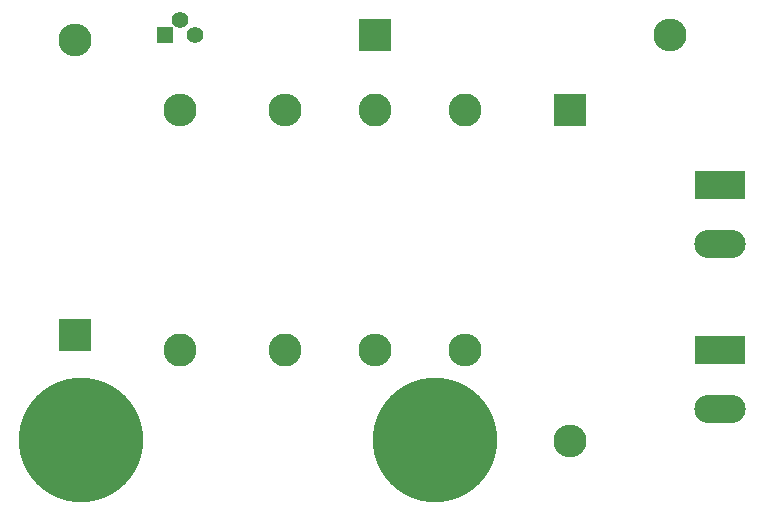
<source format=gbr>
G04 #@! TF.FileFunction,Soldermask,Top*
%FSLAX46Y46*%
G04 Gerber Fmt 4.6, Leading zero omitted, Abs format (unit mm)*
G04 Created by KiCad (PCBNEW 4.0.7) date 05/08/18 10:32:52*
%MOMM*%
%LPD*%
G01*
G04 APERTURE LIST*
%ADD10C,0.100000*%
%ADD11R,2.800000X2.800000*%
%ADD12O,2.800000X2.800000*%
%ADD13R,4.360000X2.380000*%
%ADD14O,4.360000X2.380000*%
%ADD15C,1.400000*%
%ADD16R,1.400000X1.400000*%
%ADD17C,2.800000*%
%ADD18C,10.560000*%
G04 APERTURE END LIST*
D10*
D11*
X116840000Y-85090000D03*
D12*
X141840000Y-85090000D03*
D11*
X133350000Y-91440000D03*
D12*
X133350000Y-119440000D03*
D11*
X91440000Y-110490000D03*
D12*
X91440000Y-85490000D03*
D13*
X146050000Y-111760000D03*
D14*
X146050000Y-116760000D03*
D13*
X146050000Y-97790000D03*
D14*
X146050000Y-102790000D03*
D15*
X100330000Y-83820000D03*
X101600000Y-85090000D03*
D16*
X99060000Y-85090000D03*
D17*
X109220000Y-111760000D03*
D12*
X109220000Y-91440000D03*
D17*
X124460000Y-91440000D03*
D12*
X124460000Y-111760000D03*
D17*
X116840000Y-91440000D03*
D12*
X116840000Y-111760000D03*
D17*
X100330000Y-111760000D03*
D12*
X100330000Y-91440000D03*
D18*
X91950000Y-119380000D03*
X121920000Y-119380000D03*
M02*

</source>
